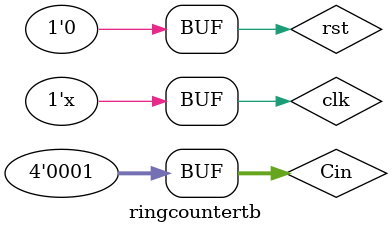
<source format=v>
`timescale 1ns / 1ps


module ringcountertb;
reg clk ,rst ;
reg [3:0] Cin ;
wire [3:0] Cout ;

// module instantion 
ringcounter utt1(Cin,Cout ,rst ,clk );
 initial begin 
 clk=1 ; end
always #5 clk =~clk ;

initial begin 
rst =1 ;
Cin = 4'b001 ; 
#15 rst =0 ; end 
initial begin 
$monitor("$time =%d | Cin =%b | Cout = %b ",$time ,Cin ,Cout);
end
endmodule

</source>
